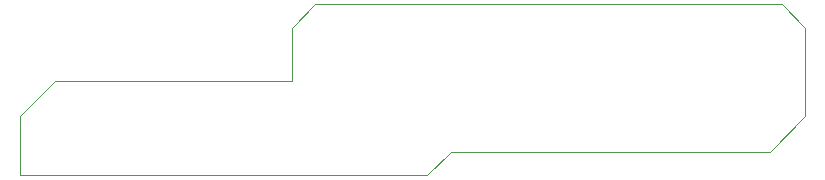
<source format=gm1>
%TF.GenerationSoftware,KiCad,Pcbnew,8.0.1*%
%TF.CreationDate,2024-04-09T17:17:27+02:00*%
%TF.ProjectId,vampire_pcb,76616d70-6972-4655-9f70-63622e6b6963,rev?*%
%TF.SameCoordinates,Original*%
%TF.FileFunction,Profile,NP*%
%FSLAX46Y46*%
G04 Gerber Fmt 4.6, Leading zero omitted, Abs format (unit mm)*
G04 Created by KiCad (PCBNEW 8.0.1) date 2024-04-09 17:17:27*
%MOMM*%
%LPD*%
G01*
G04 APERTURE LIST*
%TA.AperFunction,Profile*%
%ADD10C,0.050000*%
%TD*%
G04 APERTURE END LIST*
D10*
X156500000Y-60000000D02*
X156500000Y-52500000D01*
X126500000Y-63000000D02*
X126500000Y-63000000D01*
X93000000Y-57000000D02*
X113000000Y-57000000D01*
X126500000Y-63000000D02*
X124500000Y-65000000D01*
X126500000Y-63000000D02*
X153500000Y-63000000D01*
X113000000Y-52500000D02*
X113000000Y-57000000D01*
X115000000Y-50500000D02*
X113000000Y-52500000D01*
X154500000Y-50500000D02*
X156500000Y-52500000D01*
X90000000Y-65000000D02*
X90000000Y-60000000D01*
X154500000Y-50500000D02*
X115000000Y-50500000D01*
X93000000Y-57000000D02*
X90000000Y-60000000D01*
X90000000Y-65000000D02*
X124500000Y-65000000D01*
X156500000Y-60000000D02*
X153500000Y-63000000D01*
M02*

</source>
